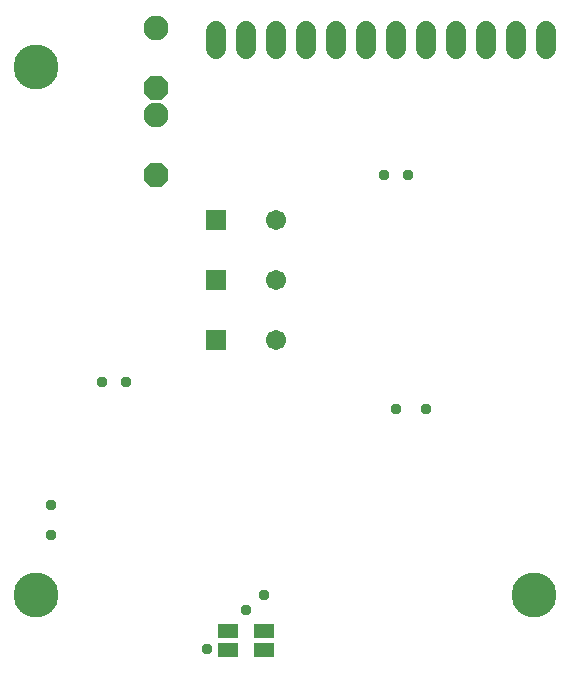
<source format=gbr>
G04 EAGLE Gerber RS-274X export*
G75*
%MOMM*%
%FSLAX34Y34*%
%LPD*%
%INSoldermask Bottom*%
%IPPOS*%
%AMOC8*
5,1,8,0,0,1.08239X$1,22.5*%
G01*
%ADD10R,1.711200X1.711200*%
%ADD11C,1.711200*%
%ADD12R,1.703200X1.153200*%
%ADD13C,3.803200*%
%ADD14C,1.727200*%
%ADD15C,2.108200*%
%ADD16P,2.281895X8X292.500000*%
%ADD17C,0.959600*%


D10*
X228500Y304800D03*
D11*
X279500Y304800D03*
D10*
X228500Y355600D03*
D11*
X279500Y355600D03*
D10*
X228500Y406400D03*
D11*
X279500Y406400D03*
D12*
X269030Y42550D03*
X239030Y42550D03*
X269030Y59050D03*
X239030Y59050D03*
D13*
X497840Y88900D03*
X76200Y88900D03*
X76200Y535940D03*
D14*
X228600Y551180D02*
X228600Y566420D01*
X254000Y566420D02*
X254000Y551180D01*
X279400Y551180D02*
X279400Y566420D01*
X304800Y566420D02*
X304800Y551180D01*
X330200Y551180D02*
X330200Y566420D01*
X355600Y566420D02*
X355600Y551180D01*
X381000Y551180D02*
X381000Y566420D01*
X406400Y566420D02*
X406400Y551180D01*
X431800Y551180D02*
X431800Y566420D01*
X457200Y566420D02*
X457200Y551180D01*
X482600Y551180D02*
X482600Y566420D01*
X508000Y566420D02*
X508000Y551180D01*
D15*
X177800Y568960D03*
D16*
X177800Y518160D03*
D15*
X177800Y495300D03*
D16*
X177800Y444500D03*
D17*
X88900Y139700D03*
X88900Y165100D03*
X269240Y88900D03*
X152400Y269240D03*
X132080Y269240D03*
X370840Y444782D03*
X391160Y444500D03*
X381000Y246380D03*
X406400Y246380D03*
X254000Y76200D03*
X220980Y43180D03*
M02*

</source>
